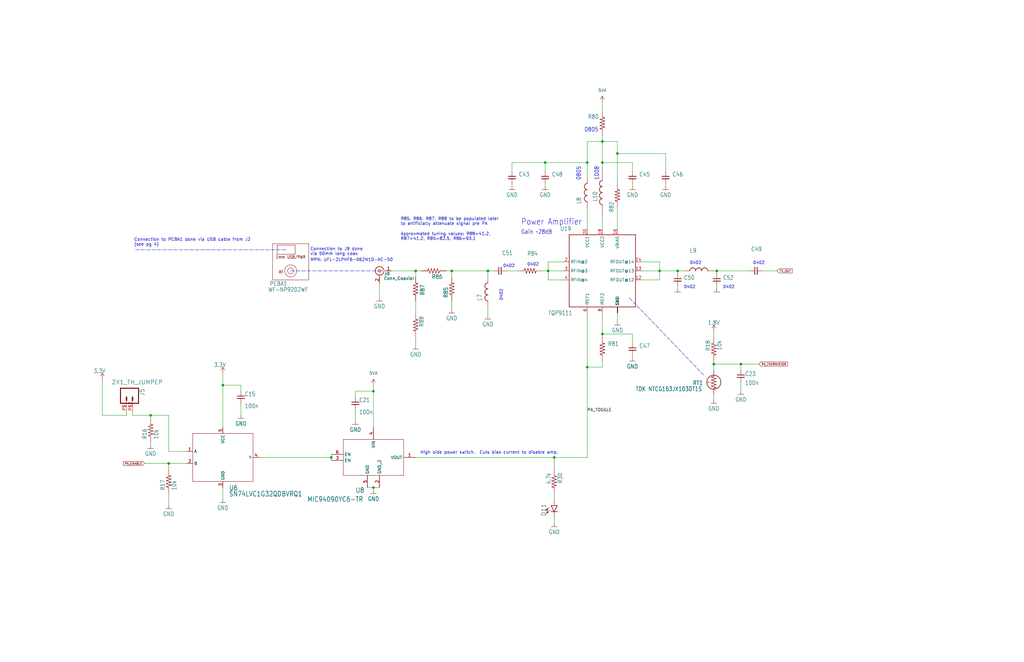
<source format=kicad_sch>
(kicad_sch (version 20211123) (generator eeschema)
  (paper "B")
  (title_block (title "Oresat DxWifi Card") (date "2022-01-30") (rev "1.2"))
  (lib_symbols
    (symbol "3.3V_1" (power) (pin_names (offset 0))
      (property "Value" "3.3V_1" (at 0 3.556 0))
      (symbol "3.3V_1_0_1"
        (polyline (pts (xy -0.762 1.27) (xy 0 2.54)))
        (polyline (pts (xy 0 0) (xy 0 2.54)))
        (polyline (pts (xy 0 2.54) (xy 0.762 1.27)))
      )
      (symbol "3.3V_1_1_1"
        (pin power_in line (at 0 0 90) (length 0) hide (name "3.3V") (number "1"))
      )
    )
    (symbol "5VA_1" (power) (pin_names (offset 0))
      (property "Value" "5VA_1" (at 0 3.556 0))
      (symbol "5VA_1_0_1"
        (polyline (pts (xy -0.762 1.27) (xy 0 2.54)))
        (polyline (pts (xy 0 0) (xy 0 2.54)))
        (polyline (pts (xy 0 2.54) (xy 0.762 1.27)))
      )
      (symbol "5VA_1_1_1"
        (pin power_in line (at 0 0 90) (length 0) hide (name "5VA") (number "1"))
      )
    )
    (symbol "Connector:Conn_Coaxial" (pin_names (offset 1.016) hide)
      (property "Reference" "J" (at 0.254 3.048 0))
      (property "Value" "Conn_Coaxial" (at 2.921 0 90))
      (symbol "Conn_Coaxial_0_1"
        (arc (start -1.778 -0.508) (mid 0.222 -1.808) (end 1.778 0) (stroke (width 0.254)))
        (polyline (pts (xy -2.54 0) (xy -0.508 0)))
        (polyline (pts (xy 0 -2.54) (xy 0 -1.778)))
        (circle (center 0 0) (radius 0.508) (stroke (width 0.2032)))
        (arc (start 1.778 0) (mid 0.222 1.8083) (end -1.778 0.508) (stroke (width 0.254)))
      )
      (symbol "Conn_Coaxial_1_1"
        (pin passive line (at -5.08 0 0) (length 2.54) (name "In") (number "1"))
        (pin passive line (at 0 -5.08 90) (length 2.54) (name "Ext") (number "2"))
      )
    )
    (symbol "Device:C_Small" (pin_numbers hide) (pin_names (offset 0.254) hide)
      (property "Reference" "C" (at 0.254 1.778 0))
      (property "Value" "C_Small" (at 0.254 -2.032 0))
      (symbol "C_Small_0_1"
        (polyline (pts (xy -1.524 -0.508) (xy 1.524 -0.508)) (stroke (width 0.3302)))
        (polyline (pts (xy -1.524 0.508) (xy 1.524 0.508)) (stroke (width 0.3048)))
      )
      (symbol "C_Small_1_1"
        (pin passive line (at 0 2.54 270) (length 2.032) (name "~") (number "1"))
        (pin passive line (at 0 -2.54 90) (length 2.032) (name "~") (number "2"))
      )
    )
    (symbol "OreSat-Power:1.8V" (power) (pin_names (offset 0))
      (property "Value" "1.8V" (at 0 3.556 0))
      (symbol "1.8V_0_1"
        (polyline (pts (xy -0.762 1.27) (xy 0 2.54)))
        (polyline (pts (xy 0 0) (xy 0 2.54)))
        (polyline (pts (xy 0 2.54) (xy 0.762 1.27)))
      )
      (symbol "1.8V_1_1"
        (pin power_in line (at 0 0 90) (length 0) hide (name "1.8V") (number "1"))
      )
    )
    (symbol "OreSat-Power:3.3V" (power) (pin_names (offset 0))
      (property "Value" "3.3V" (at 0 3.556 0))
      (symbol "3.3V_0_1"
        (polyline (pts (xy -0.762 1.27) (xy 0 2.54)))
        (polyline (pts (xy 0 0) (xy 0 2.54)))
        (polyline (pts (xy 0 2.54) (xy 0.762 1.27)))
      )
      (symbol "3.3V_1_1"
        (pin power_in line (at 0 0 90) (length 0) hide (name "3.3V") (number "1"))
      )
    )
    (symbol "OreSat-Power:5VA" (power) (pin_names (offset 0))
      (property "Value" "5VA" (at 0 3.556 0))
      (symbol "5VA_0_1"
        (polyline (pts (xy -0.762 1.27) (xy 0 2.54)))
        (polyline (pts (xy 0 0) (xy 0 2.54)))
        (polyline (pts (xy 0 2.54) (xy 0.762 1.27)))
      )
      (symbol "5VA_1_1"
        (pin power_in line (at 0 0 90) (length 0) hide (name "5VA") (number "1"))
      )
    )
    (symbol "OreSat-Power:GND" (power) (pin_names (offset 0))
      (property "Value" "GND" (at 0 -2.54 0))
      (symbol "GND_0_1"
        (polyline (pts (xy 0 0) (xy 0 -1.27) (xy 1.27 -1.27) (xy 0 -1.27) (xy -1.27 -1.27) (xy 0 -1.27)))
      )
      (symbol "GND_1_1"
        (pin power_in line (at 0 0 270) (length 0) hide (name "GND") (number "1"))
      )
    )
    (symbol "oresat-live-card-eagle-import:1008HQ-10NXJLB"
      (property "Reference" "L" (at 16.51 6.35 0))
      (property "Value" "1008HQ-10NXJLB" (at 16.51 3.81 0))
      (symbol "1008HQ-10NXJLB_1_0"
        (arc (start 7.62 0) (mid 6.35 1.22) (end 5.08 0) (stroke (width 0.254)))
        (arc (start 10.16 0) (mid 8.89 1.22) (end 7.62 0) (stroke (width 0.254)))
        (arc (start 12.7 0) (mid 11.43 1.22) (end 10.16 0) (stroke (width 0.254)))
        (arc (start 15.24 0) (mid 13.97 1.22) (end 12.7 0) (stroke (width 0.254)))
        (pin bidirectional line (at 0 0 0) (length 5.08) (name "1") (number "1"))
        (pin bidirectional line (at 20.32 0 180) (length 5.08) (name "2") (number "2"))
      )
    )
    (symbol "oresat-live-card-eagle-import:2X1_TH_JUMPEP"
      (property "Value" "2X1_TH_JUMPEP" (at -2.54 -4.826 0))
      (symbol "2X1_TH_JUMPEP_1_0"
        (polyline (pts (xy -2.54 5.08) (xy -2.54 -2.54)) (stroke (width 0.4064)))
        (polyline (pts (xy -2.54 5.08) (xy 3.81 5.08)) (stroke (width 0.4064)))
        (polyline (pts (xy 1.27 0) (xy 2.54 0)) (stroke (width 0.6096)))
        (polyline (pts (xy 1.27 2.54) (xy 2.54 2.54)) (stroke (width 0.6096)))
        (polyline (pts (xy 3.81 -2.54) (xy -2.54 -2.54)) (stroke (width 0.4064)))
        (polyline (pts (xy 3.81 -2.54) (xy 3.81 5.08)) (stroke (width 0.4064)))
        (pin passive line (at 7.62 0 180) (length 5.08) (name "1") (number "P$1"))
        (pin passive line (at 7.62 2.54 180) (length 5.08) (name "2") (number "P$2"))
      )
    )
    (symbol "oresat-live-card-eagle-import:L-US0402-C-NOSILK"
      (property "Reference" "L" (at -5.08 2.54 0))
      (property "Value" "L-US0402-C-NOSILK" (at -5.08 -1.27 0))
      (symbol "L-US0402-C-NOSILK_1_0"
        (arc (start -3.81 1.27) (mid -4.708 0.898) (end -5.08 0) (stroke (width 0.254)))
        (arc (start -2.54 0) (mid -2.912 0.898) (end -3.81 1.27) (stroke (width 0.254)))
        (arc (start -1.27 1.27) (mid -2.168 0.898) (end -2.54 0) (stroke (width 0.254)))
        (arc (start 0 0) (mid -0.372 0.898) (end -1.27 1.27) (stroke (width 0.254)))
        (arc (start 1.27 1.27) (mid 0.372 0.898) (end 0 0) (stroke (width 0.254)))
        (arc (start 2.54 0) (mid 2.168 0.898) (end 1.27 1.27) (stroke (width 0.254)))
        (pin passive line (at -7.62 0 0) (length 2.54) (name "1") (number "1"))
        (pin passive line (at 5.08 0 180) (length 2.54) (name "2") (number "2"))
      )
    )
    (symbol "oresat-live-card-eagle-import:L-US0805-C-NOSILK"
      (property "Reference" "L" (at -5.08 2.54 0))
      (property "Value" "L-US0805-C-NOSILK" (at -5.08 -1.27 0))
      (symbol "L-US0805-C-NOSILK_1_0"
        (arc (start -3.81 1.27) (mid -4.708 0.898) (end -5.08 0) (stroke (width 0.254)))
        (arc (start -2.54 0) (mid -2.912 0.898) (end -3.81 1.27) (stroke (width 0.254)))
        (arc (start -1.27 1.27) (mid -2.168 0.898) (end -2.54 0) (stroke (width 0.254)))
        (arc (start 0 0) (mid -0.372 0.898) (end -1.27 1.27) (stroke (width 0.254)))
        (arc (start 1.27 1.27) (mid 0.372 0.898) (end 0 0) (stroke (width 0.254)))
        (arc (start 2.54 0) (mid 2.168 0.898) (end 1.27 1.27) (stroke (width 0.254)))
        (pin passive line (at -7.62 0 0) (length 2.54) (name "1") (number "1"))
        (pin passive line (at 5.08 0 180) (length 2.54) (name "2") (number "2"))
      )
    )
    (symbol "oresat-live-card-eagle-import:LED0603"
      (property "Reference" "D" (at -3.429 -4.572 90))
      (property "Value" "LED0603" (at 1.905 -4.572 90))
      (symbol "LED0603_1_0"
        (polyline (pts (xy -2.032 -0.762) (xy -3.429 -2.159)) (stroke (width 0.1524)))
        (polyline (pts (xy -1.905 -1.905) (xy -3.302 -3.302)) (stroke (width 0.1524)))
        (polyline (pts (xy 0 -2.54) (xy -1.27 -2.54)) (stroke (width 0.254)))
        (polyline (pts (xy 0 -2.54) (xy -1.27 0)) (stroke (width 0.254)))
        (polyline (pts (xy 1.27 -2.54) (xy 0 -2.54)) (stroke (width 0.254)))
        (polyline (pts (xy 1.27 0) (xy -1.27 0)) (stroke (width 0.254)))
        (polyline (pts (xy 1.27 0) (xy 0 -2.54)) (stroke (width 0.254)))
        (polyline (pts (xy -3.429 -2.159) (xy -3.048 -1.27) (xy -2.54 -1.778)) (fill (type outline)))
        (polyline (pts (xy -3.302 -3.302) (xy -2.921 -2.413) (xy -2.413 -2.921)) (fill (type outline)))
        (pin passive line (at 0 2.54 270) (length 2.54) (name "A") (number "A"))
        (pin passive line (at 0 -5.08 90) (length 2.54) (name "C") (number "C"))
      )
    )
    (symbol "oresat-live-card-eagle-import:MIC94090YC6-TR"
      (property "Reference" "U8" (at 7.62 -12.7 0))
      (property "Value" "MIC94090YC6-TR" (at 27.94 -16.51 0))
      (symbol "MIC94090YC6-TR_1_0"
        (polyline (pts (xy -12.7 -7.62) (xy 12.7 -7.62)) (stroke (width 0.1524)))
        (polyline (pts (xy -12.7 7.62) (xy -12.7 -7.62)) (stroke (width 0.1524)))
        (polyline (pts (xy 12.7 -7.62) (xy 12.7 7.62)) (stroke (width 0.1524)))
        (polyline (pts (xy 12.7 7.62) (xy -12.7 7.62)) (stroke (width 0.1524)))
        (pin output line (at -17.78 0 0) (length 5.08) (name "VOUT") (number "1"))
        (pin passive line (at -2.54 -12.7 90) (length 5.08) (name "GND_2") (number "2"))
        (pin input line (at 0 12.7 270) (length 5.08) (name "VIN") (number "4"))
        (pin passive line (at 2.54 -12.7 90) (length 5.08) (name "GND") (number "5"))
        (pin input line (at 17.78 1.27 180) (length 5.08) (name "EN") (number "6"))
      )
      (symbol "MIC94090YC6-TR_1_1"
        (pin input line (at 17.78 -1.27 180) (length 5.08) (name "EN") (number "3"))
      )
    )
    (symbol "oresat-live-card-eagle-import:R-US_0402-B-NOSILK"
      (property "Reference" "R" (at -3.81 1.4986 0))
      (property "Value" "R-US_0402-B-NOSILK" (at -3.81 -3.302 0))
      (symbol "R-US_0402-B-NOSILK_1_0"
        (polyline (pts (xy -2.54 0) (xy -2.159 1.016)) (stroke (width 0.2032)))
        (polyline (pts (xy -2.159 1.016) (xy -1.524 -1.016)) (stroke (width 0.2032)))
        (polyline (pts (xy -1.524 -1.016) (xy -0.889 1.016)) (stroke (width 0.2032)))
        (polyline (pts (xy -0.889 1.016) (xy -0.254 -1.016)) (stroke (width 0.2032)))
        (polyline (pts (xy -0.254 -1.016) (xy 0.381 1.016)) (stroke (width 0.2032)))
        (polyline (pts (xy 0.381 1.016) (xy 1.016 -1.016)) (stroke (width 0.2032)))
        (polyline (pts (xy 1.016 -1.016) (xy 1.651 1.016)) (stroke (width 0.2032)))
        (polyline (pts (xy 1.651 1.016) (xy 2.286 -1.016)) (stroke (width 0.2032)))
        (polyline (pts (xy 2.286 -1.016) (xy 2.54 0)) (stroke (width 0.2032)))
        (pin passive line (at -5.08 0 0) (length 2.54) (name "1") (number "1"))
        (pin passive line (at 5.08 0 180) (length 2.54) (name "2") (number "2"))
      )
    )
    (symbol "oresat-live-card-eagle-import:R-US_0402-C-NOSILK"
      (property "Reference" "R" (at -3.81 1.4986 0))
      (property "Value" "R-US_0402-C-NOSILK" (at -3.81 -3.302 0))
      (symbol "R-US_0402-C-NOSILK_1_0"
        (polyline (pts (xy -2.54 0) (xy -2.159 1.016)) (stroke (width 0.2032)))
        (polyline (pts (xy -2.159 1.016) (xy -1.524 -1.016)) (stroke (width 0.2032)))
        (polyline (pts (xy -1.524 -1.016) (xy -0.889 1.016)) (stroke (width 0.2032)))
        (polyline (pts (xy -0.889 1.016) (xy -0.254 -1.016)) (stroke (width 0.2032)))
        (polyline (pts (xy -0.254 -1.016) (xy 0.381 1.016)) (stroke (width 0.2032)))
        (polyline (pts (xy 0.381 1.016) (xy 1.016 -1.016)) (stroke (width 0.2032)))
        (polyline (pts (xy 1.016 -1.016) (xy 1.651 1.016)) (stroke (width 0.2032)))
        (polyline (pts (xy 1.651 1.016) (xy 2.286 -1.016)) (stroke (width 0.2032)))
        (polyline (pts (xy 2.286 -1.016) (xy 2.54 0)) (stroke (width 0.2032)))
        (pin passive line (at -5.08 0 0) (length 2.54) (name "1") (number "1"))
        (pin passive line (at 5.08 0 180) (length 2.54) (name "2") (number "2"))
      )
    )
    (symbol "oresat-live-card-eagle-import:R-US_0603-A"
      (property "Reference" "R" (at -3.81 1.4986 0))
      (property "Value" "R-US_0603-A" (at -3.81 -3.302 0))
      (symbol "R-US_0603-A_1_0"
        (polyline (pts (xy -2.54 0) (xy -2.159 1.016)) (stroke (width 0.2032)))
        (polyline (pts (xy -2.159 1.016) (xy -1.524 -1.016)) (stroke (width 0.2032)))
        (polyline (pts (xy -1.524 -1.016) (xy -0.889 1.016)) (stroke (width 0.2032)))
        (polyline (pts (xy -0.889 1.016) (xy -0.254 -1.016)) (stroke (width 0.2032)))
        (polyline (pts (xy -0.254 -1.016) (xy 0.381 1.016)) (stroke (width 0.2032)))
        (polyline (pts (xy 0.381 1.016) (xy 1.016 -1.016)) (stroke (width 0.2032)))
        (polyline (pts (xy 1.016 -1.016) (xy 1.651 1.016)) (stroke (width 0.2032)))
        (polyline (pts (xy 1.651 1.016) (xy 2.286 -1.016)) (stroke (width 0.2032)))
        (polyline (pts (xy 2.286 -1.016) (xy 2.54 0)) (stroke (width 0.2032)))
        (pin passive line (at -5.08 0 0) (length 2.54) (name "1") (number "1"))
        (pin passive line (at 5.08 0 180) (length 2.54) (name "2") (number "2"))
      )
    )
    (symbol "oresat-live-card-eagle-import:R-US_0603-C-NOSILK"
      (property "Reference" "R" (at -3.81 1.4986 0))
      (property "Value" "R-US_0603-C-NOSILK" (at -3.81 -3.302 0))
      (symbol "R-US_0603-C-NOSILK_1_0"
        (polyline (pts (xy -2.54 0) (xy -2.159 1.016)) (stroke (width 0.2032)))
        (polyline (pts (xy -2.159 1.016) (xy -1.524 -1.016)) (stroke (width 0.2032)))
        (polyline (pts (xy -1.524 -1.016) (xy -0.889 1.016)) (stroke (width 0.2032)))
        (polyline (pts (xy -0.889 1.016) (xy -0.254 -1.016)) (stroke (width 0.2032)))
        (polyline (pts (xy -0.254 -1.016) (xy 0.381 1.016)) (stroke (width 0.2032)))
        (polyline (pts (xy 0.381 1.016) (xy 1.016 -1.016)) (stroke (width 0.2032)))
        (polyline (pts (xy 1.016 -1.016) (xy 1.651 1.016)) (stroke (width 0.2032)))
        (polyline (pts (xy 1.651 1.016) (xy 2.286 -1.016)) (stroke (width 0.2032)))
        (polyline (pts (xy 2.286 -1.016) (xy 2.54 0)) (stroke (width 0.2032)))
        (pin passive line (at -5.08 0 0) (length 2.54) (name "1") (number "1"))
        (pin passive line (at 5.08 0 180) (length 2.54) (name "2") (number "2"))
      )
    )
    (symbol "oresat-live-card-eagle-import:R-US_R0805"
      (property "Reference" "R" (at -3.81 1.4986 0))
      (property "Value" "R-US_R0805" (at -3.81 -3.302 0))
      (symbol "R-US_R0805_1_0"
        (polyline (pts (xy -2.54 0) (xy -2.159 1.016)) (stroke (width 0.2032)))
        (polyline (pts (xy -2.159 1.016) (xy -1.524 -1.016)) (stroke (width 0.2032)))
        (polyline (pts (xy -1.524 -1.016) (xy -0.889 1.016)) (stroke (width 0.2032)))
        (polyline (pts (xy -0.889 1.016) (xy -0.254 -1.016)) (stroke (width 0.2032)))
        (polyline (pts (xy -0.254 -1.016) (xy 0.381 1.016)) (stroke (width 0.2032)))
        (polyline (pts (xy 0.381 1.016) (xy 1.016 -1.016)) (stroke (width 0.2032)))
        (polyline (pts (xy 1.016 -1.016) (xy 1.651 1.016)) (stroke (width 0.2032)))
        (polyline (pts (xy 1.651 1.016) (xy 2.286 -1.016)) (stroke (width 0.2032)))
        (polyline (pts (xy 2.286 -1.016) (xy 2.54 0)) (stroke (width 0.2032)))
        (pin passive line (at -5.08 0 0) (length 2.54) (name "1") (number "1"))
        (pin passive line (at 5.08 0 180) (length 2.54) (name "2") (number "2"))
      )
    )
    (symbol "oresat-live-card-eagle-import:SN74LVC1G32QDBVRQ1"
      (property "Reference" "U" (at 7.62 -12.7 0))
      (property "Value" "SN74LVC1G32QDBVRQ1" (at 7.62 -15.24 0))
      (symbol "SN74LVC1G32QDBVRQ1_1_0"
        (polyline (pts (xy -12.7 -10.16) (xy 12.7 -10.16)) (stroke (width 0.1524)))
        (polyline (pts (xy -12.7 10.16) (xy -12.7 -10.16)) (stroke (width 0.1524)))
        (polyline (pts (xy 12.7 -10.16) (xy 12.7 10.16)) (stroke (width 0.1524)))
        (polyline (pts (xy 12.7 10.16) (xy -12.7 10.16)) (stroke (width 0.1524)))
        (pin input line (at -15.24 2.54 0) (length 2.54) (name "A") (number "1"))
        (pin input line (at -15.24 -2.54 0) (length 2.54) (name "B") (number "2"))
        (pin power_in line (at 0 -12.7 90) (length 2.54) (name "GND") (number "3"))
        (pin output line (at 15.24 0 180) (length 2.54) (name "Y") (number "4"))
        (pin power_in line (at 0 12.7 270) (length 2.54) (name "VCC") (number "5"))
      )
    )
    (symbol "oresat-live-card-eagle-import:THERMISTOR--0603-THERMISTOR-B"
      (property "Reference" "RT" (at -5.08 3.81 0))
      (property "Value" "THERMISTOR--0603-THERMISTOR-B" (at -5.08 -5.08 0))
      (symbol "THERMISTOR--0603-THERMISTOR-B_1_0"
        (polyline (pts (xy -2.54 0) (xy -2.159 1.016)) (stroke (width 0.2032)))
        (polyline (pts (xy -2.159 1.016) (xy -1.524 -1.016)) (stroke (width 0.2032)))
        (polyline (pts (xy -1.524 -1.016) (xy -0.889 1.016)) (stroke (width 0.2032)))
        (polyline (pts (xy -0.889 1.016) (xy -0.254 -1.016)) (stroke (width 0.2032)))
        (polyline (pts (xy -0.254 -1.016) (xy 0.381 1.016)) (stroke (width 0.2032)))
        (polyline (pts (xy 0.381 1.016) (xy 1.016 -1.016)) (stroke (width 0.2032)))
        (polyline (pts (xy 1.016 -1.016) (xy 1.651 1.016)) (stroke (width 0.2032)))
        (polyline (pts (xy 1.651 1.016) (xy 2.286 -1.016)) (stroke (width 0.2032)))
        (polyline (pts (xy 2.286 -1.016) (xy 2.54 0)) (stroke (width 0.2032)))
        (circle (center 0 0) (radius 2.9729) (stroke (width 0.254)))
        (text "T" (at -0.508 1.016 0) (effects (font (size 1.27 1.0795)) (justify left bottom)))
        (pin passive line (at -5.08 0 0) (length 2.54) (name "1") (number "1"))
        (pin passive line (at 5.08 0 180) (length 2.54) (name "2") (number "2"))
      )
    )
    (symbol "oresat-live-card-eagle-import:TQP9111"
      (property "Reference" "U" (at -17.78 17.78 0))
      (property "Value" "TQP9111" (at -22.86 -17.78 0))
      (symbol "TQP9111_1_0"
        (polyline (pts (xy -13.97 15.24) (xy -13.97 -15.24)) (stroke (width 0.254)))
        (polyline (pts (xy -13.97 15.24) (xy 13.97 15.24)) (stroke (width 0.254)))
        (polyline (pts (xy 13.97 -15.24) (xy -13.97 -15.24)) (stroke (width 0.254)))
        (polyline (pts (xy 13.97 -15.24) (xy 13.97 15.24)) (stroke (width 0.254)))
        (pin power_in line (at 6.35 -17.78 90) (length 2.54) (name "GND") (number "1"))
        (pin power_in line (at 6.35 -17.78 90) (length 2.54) (name "GND") (number "10"))
        (pin power_in line (at 6.35 -17.78 90) (length 2.54) (name "GND") (number "11"))
        (pin output line (at 16.51 -3.81 180) (length 2.54) (name "RFOUT@12") (number "12"))
        (pin output line (at 16.51 0 180) (length 2.54) (name "RFOUT@13") (number "13"))
        (pin output line (at 16.51 3.81 180) (length 2.54) (name "RFOUT@14") (number "14"))
        (pin power_in line (at 6.35 -17.78 90) (length 2.54) (name "GND") (number "15"))
        (pin power_in line (at 6.35 17.78 270) (length 2.54) (name "VBIAS") (number "16"))
        (pin power_in line (at 6.35 -17.78 90) (length 2.54) (name "GND") (number "17"))
        (pin power_in line (at 0 17.78 270) (length 2.54) (name "VCC2") (number "18"))
        (pin power_in line (at 6.35 -17.78 90) (length 2.54) (name "GND") (number "19"))
        (pin input line (at -16.51 3.81 0) (length 2.54) (name "RFIN@2") (number "2"))
        (pin power_in line (at -6.35 17.78 270) (length 2.54) (name "VCC1") (number "20"))
        (pin power_in line (at 6.35 -17.78 90) (length 2.54) (name "GND") (number "21"))
        (pin input line (at -16.51 0 0) (length 2.54) (name "RFIN@3") (number "3"))
        (pin input line (at -16.51 -3.81 0) (length 2.54) (name "RFIN@4") (number "4"))
        (pin power_in line (at 6.35 -17.78 90) (length 2.54) (name "GND") (number "5"))
        (pin passive line (at -6.35 -17.78 90) (length 2.54) (name "IREF1") (number "6"))
        (pin power_in line (at 6.35 -17.78 90) (length 2.54) (name "GND") (number "7"))
        (pin passive line (at 0 -17.78 90) (length 2.54) (name "IREF2") (number "8"))
        (pin power_in line (at 6.35 -17.78 90) (length 2.54) (name "GND") (number "9"))
      )
    )
    (symbol "oresat-live-card-eagle-import:WF-NP9202WF"
      (property "Reference" "PCBA" (at -2.54 -10.16 0))
      (property "Value" "WF-NP9202WF" (at -2.54 -12.7 0))
      (symbol "WF-NP9202WF_1_0"
        (circle (center 0 -3.81) (radius 1.27) (stroke (width 0.1524)))
        (circle (center 0 -3.81) (radius 2.54) (stroke (width 0.1524)))
        (polyline (pts (xy -7.62 -7.62) (xy -7.62 7.62)) (stroke (width 0.1524)))
        (polyline (pts (xy -7.62 7.62) (xy 7.62 7.62)) (stroke (width 0.1524)))
        (polyline (pts (xy -5.715 3.175) (xy -5.715 6.985)) (stroke (width 0.1524)))
        (polyline (pts (xy -5.715 6.985) (xy 1.905 6.985)) (stroke (width 0.1524)))
        (polyline (pts (xy 1.905 3.175) (xy -5.715 3.175)) (stroke (width 0.1524)))
        (polyline (pts (xy 1.905 6.985) (xy 1.905 3.175)) (stroke (width 0.1524)))
        (polyline (pts (xy 7.62 -7.62) (xy -7.62 -7.62)) (stroke (width 0.1524)))
        (polyline (pts (xy 7.62 7.62) (xy 7.62 -7.62)) (stroke (width 0.1524)))
        (text "1mm USB/PWR" (at -6.35 1.27 0) (effects (font (size 1.27 1.0795)) (justify left bottom)))
        (text "RF" (at -5.08 -5.08 0) (effects (font (size 1.27 1.0795)) (justify left bottom)))
      )
    )
  )
  (junction (at 175.26 114.3))
  (junction (at 71.12 195.58))
  (junction (at 278.13 114.3))
  (junction (at 139.7 193.04))
  (junction (at 157.48 205.74))
  (junction (at 312.42 153.67))
  (junction (at 93.98 162.56))
  (junction (at 233.68 193.04))
  (junction (at 63.5 175.26))
  (junction (at 285.75 114.3))
  (junction (at 205.74 114.3))
  (junction (at 157.48 165.1))
  (junction (at 254 68.58))
  (junction (at 254 59.69))
  (junction (at 229.87 68.58))
  (junction (at 190.5 114.3))
  (junction (at 247.65 154.94))
  (junction (at 247.65 68.58))
  (junction (at 302.26 114.3))
  (junction (at 231.14 114.3))
  (junction (at 254 140.97))
  (junction (at 260.35 64.77))
  (junction (at 300.99 153.67))
  (wire (pts (xy 247.65 87.63) (xy 247.65 96.52)))
  (wire (pts (xy 266.7 68.58) (xy 254 68.58)))
  (wire (pts (xy 237.49 114.3) (xy 231.14 114.3)))
  (wire (pts (xy 101.6 162.56) (xy 93.98 162.56)))
  (wire (pts (xy 278.13 114.3) (xy 285.75 114.3)))
  (wire (pts (xy 254 96.52) (xy 254 91.44)))
  (wire (pts (xy 254 46.99) (xy 254 43.18)))
  (wire (pts (xy 247.65 74.93) (xy 247.65 68.58)))
  (wire (pts (xy 247.65 59.69) (xy 254 59.69)))
  (wire (pts (xy 254 57.15) (xy 254 59.69)))
  (wire (pts (xy 233.68 193.04) (xy 233.68 198.12)))
  (wire (pts (xy 321.31 114.3) (xy 327.66 114.3)))
  (wire (pts (xy 231.14 114.3) (xy 228.6 114.3)))
  (wire (pts (xy 270.51 114.3) (xy 278.13 114.3)))
  (wire (pts (xy 205.74 129.54) (xy 205.74 133.35)))
  (wire (pts (xy 278.13 114.3) (xy 278.13 118.11)))
  (wire (pts (xy 312.42 153.67) (xy 312.42 156.21)))
  (wire (pts (xy 300.99 152.4) (xy 300.99 153.67)))
  (wire (pts (xy 149.86 172.72) (xy 149.86 177.8)))
  (wire (pts (xy 229.87 72.39) (xy 229.87 68.58)))
  (wire (pts (xy 270.51 110.49) (xy 278.13 110.49)))
  (wire (pts (xy 233.68 193.04) (xy 247.65 193.04)))
  (wire (pts (xy 160.02 119.38) (xy 160.02 125.73)))
  (wire (pts (xy 190.5 127) (xy 190.5 130.81)))
  (wire (pts (xy 266.7 140.97) (xy 266.7 144.78)))
  (wire (pts (xy 302.26 114.3) (xy 316.23 114.3)))
  (wire (pts (xy 205.74 114.3) (xy 208.28 114.3)))
  (wire (pts (xy 300.99 114.3) (xy 302.26 114.3)))
  (wire (pts (xy 93.98 210.82) (xy 93.98 205.74)))
  (wire (pts (xy 139.7 191.77) (xy 139.7 193.04)))
  (wire (pts (xy 231.14 118.11) (xy 237.49 118.11)))
  (wire (pts (xy 71.12 175.26) (xy 63.5 175.26)))
  (wire (pts (xy 254 68.58) (xy 254 59.69)))
  (wire (pts (xy 285.75 121.92) (xy 285.75 120.65)))
  (wire (pts (xy 266.7 77.47) (xy 266.7 78.74)))
  (wire (pts (xy 300.99 166.37) (xy 300.99 168.91)))
  (wire (pts (xy 139.7 193.04) (xy 139.7 194.31)))
  (wire (pts (xy 280.67 64.77) (xy 260.35 64.77)))
  (wire (pts (xy 109.22 193.04) (xy 139.7 193.04)))
  (wire (pts (xy 300.99 153.67) (xy 300.99 156.21)))
  (wire (pts (xy 71.12 213.36) (xy 71.12 208.28)))
  (wire (pts (xy 237.49 110.49) (xy 231.14 110.49)))
  (wire (pts (xy 254 152.4) (xy 254 154.94)))
  (wire (pts (xy 247.65 132.08) (xy 247.65 154.94)))
  (wire (pts (xy 60.96 195.58) (xy 71.12 195.58)))
  (polyline (pts (xy 57.15 105.41) (xy 120.65 105.41)))
  (wire (pts (xy 280.67 77.47) (xy 280.67 78.74)))
  (wire (pts (xy 215.9 72.39) (xy 215.9 68.58)))
  (wire (pts (xy 213.36 114.3) (xy 218.44 114.3)))
  (wire (pts (xy 254 132.08) (xy 254 140.97)))
  (wire (pts (xy 205.74 116.84) (xy 205.74 114.3)))
  (wire (pts (xy 43.18 175.26) (xy 43.18 160.02)))
  (wire (pts (xy 233.68 208.28) (xy 233.68 210.82)))
  (wire (pts (xy 63.5 175.26) (xy 63.5 176.53)))
  (wire (pts (xy 302.26 115.57) (xy 302.26 114.3)))
  (wire (pts (xy 302.26 120.65) (xy 302.26 121.92)))
  (wire (pts (xy 231.14 114.3) (xy 231.14 118.11)))
  (wire (pts (xy 278.13 110.49) (xy 278.13 114.3)))
  (wire (pts (xy 285.75 114.3) (xy 288.29 114.3)))
  (wire (pts (xy 231.14 110.49) (xy 231.14 114.3)))
  (wire (pts (xy 175.26 193.04) (xy 233.68 193.04)))
  (wire (pts (xy 215.9 77.47) (xy 215.9 78.74)))
  (wire (pts (xy 175.26 142.24) (xy 175.26 146.05)))
  (wire (pts (xy 229.87 77.47) (xy 229.87 78.74)))
  (wire (pts (xy 78.74 190.5) (xy 71.12 190.5)))
  (wire (pts (xy 285.75 115.57) (xy 285.75 114.3)))
  (wire (pts (xy 175.26 114.3) (xy 177.8 114.3)))
  (wire (pts (xy 300.99 139.7) (xy 300.99 142.24)))
  (wire (pts (xy 254 140.97) (xy 266.7 140.97)))
  (wire (pts (xy 247.65 59.69) (xy 247.65 68.58)))
  (wire (pts (xy 300.99 153.67) (xy 312.42 153.67)))
  (wire (pts (xy 260.35 77.47) (xy 260.35 64.77)))
  (wire (pts (xy 149.86 167.64) (xy 149.86 165.1)))
  (wire (pts (xy 254 154.94) (xy 247.65 154.94)))
  (wire (pts (xy 260.35 64.77) (xy 260.35 59.69)))
  (wire (pts (xy 175.26 116.84) (xy 175.26 114.3)))
  (wire (pts (xy 157.48 205.74) (xy 157.48 207.01)))
  (wire (pts (xy 55.88 173.99) (xy 55.88 175.26)))
  (wire (pts (xy 280.67 72.39) (xy 280.67 64.77)))
  (wire (pts (xy 101.6 170.18) (xy 101.6 175.26)))
  (wire (pts (xy 71.12 190.5) (xy 71.12 175.26)))
  (wire (pts (xy 266.7 149.86) (xy 266.7 151.13)))
  (wire (pts (xy 157.48 165.1) (xy 157.48 180.34)))
  (wire (pts (xy 233.68 218.44) (xy 233.68 220.98)))
  (wire (pts (xy 101.6 165.1) (xy 101.6 162.56)))
  (wire (pts (xy 260.35 132.08) (xy 260.35 135.89)))
  (wire (pts (xy 278.13 118.11) (xy 270.51 118.11)))
  (polyline (pts (xy 265.43 125.73) (xy 297.18 158.75)))
  (wire (pts (xy 190.5 114.3) (xy 205.74 114.3)))
  (wire (pts (xy 247.65 193.04) (xy 247.65 154.94)))
  (wire (pts (xy 93.98 162.56) (xy 93.98 180.34)))
  (wire (pts (xy 254 71.12) (xy 254 68.58)))
  (wire (pts (xy 312.42 161.29) (xy 312.42 165.1)))
  (wire (pts (xy 260.35 87.63) (xy 260.35 96.52)))
  (wire (pts (xy 165.1 114.3) (xy 175.26 114.3)))
  (wire (pts (xy 254 140.97) (xy 254 142.24)))
  (wire (pts (xy 312.42 153.67) (xy 320.04 153.67)))
  (polyline (pts (xy 122.555 114.3) (xy 160.02 114.3)))
  (wire (pts (xy 55.88 175.26) (xy 63.5 175.26)))
  (wire (pts (xy 157.48 205.74) (xy 160.02 205.74)))
  (wire (pts (xy 93.98 157.48) (xy 93.98 162.56)))
  (wire (pts (xy 175.26 132.08) (xy 175.26 127)))
  (wire (pts (xy 53.34 175.26) (xy 43.18 175.26)))
  (wire (pts (xy 53.34 173.99) (xy 53.34 175.26)))
  (wire (pts (xy 215.9 68.58) (xy 229.87 68.58)))
  (wire (pts (xy 266.7 72.39) (xy 266.7 68.58)))
  (wire (pts (xy 229.87 68.58) (xy 247.65 68.58)))
  (wire (pts (xy 149.86 165.1) (xy 157.48 165.1)))
  (wire (pts (xy 78.74 195.58) (xy 71.12 195.58)))
  (wire (pts (xy 254 59.69) (xy 260.35 59.69)))
  (wire (pts (xy 187.96 114.3) (xy 190.5 114.3)))
  (wire (pts (xy 157.48 165.1) (xy 157.48 162.56)))
  (wire (pts (xy 71.12 195.58) (xy 71.12 198.12)))
  (wire (pts (xy 154.94 205.74) (xy 157.48 205.74)))
  (wire (pts (xy 190.5 114.3) (xy 190.5 116.84)))
  (wire (pts (xy 63.5 187.96) (xy 63.5 186.69)))
  (text "0402\n" (at 317.5 111.76 0) (effects (font (size 1.27 1.27)) (justify left bottom)))
  (text "High side power switch.  Cuts bias current to disable amp." (at 177.165 191.77 0) (effects (font (size 1.27 1.27)) (justify left bottom)))
  (text "R85, R86, R87, R88 to be populated later \nto artificially attenuate signal pre PA" (at 168.91 95.25 0) (effects (font (size 1.27 1.27)) (justify left bottom)))
  (text "0402\n" (at 290.83 111.76 0) (effects (font (size 1.27 1.27)) (justify left bottom)))
  (text "1008" (at 252.73 76.2 90) (effects (font (size 1.778 1.5113)) (justify left bottom)))
  (text "0402\n" (at 212.09 127 90) (effects (font (size 1.27 1.27)) (justify left bottom)))
  (text "0805" (at 245.11 76.2 90) (effects (font (size 1.778 1.5113)) (justify left bottom)))
  (text "Gain ~28dB" (at 219.71 99.06 180) (effects (font (size 1.778 1.5113)) (justify left bottom)))
  (text "0805" (at 246.38 55.88 180) (effects (font (size 1.778 1.5113)) (justify left bottom)))
  (text "MPN: UFL-2LPHF6-062N1D-AC-50\n" (at 130.81 110.49 0) (effects (font (size 1.27 1.27)) (justify left bottom)))
  (text "Approxmated tuning values: R88=41.2, \nR87=41.2, R85=82.5, R86=93.1" (at 168.91 101.6 0) (effects (font (size 1.27 1.27)) (justify left bottom)))
  (text "0402\n" (at 212.09 113.03 0) (effects (font (size 1.27 1.27)) (justify left bottom)))
  (text "0402\n" (at 304.8 121.92 0) (effects (font (size 1.27 1.27)) (justify left bottom)))
  (text "Power Amplifier" (at 219.71 95.25 180) (effects (font (size 2.54 2.159)) (justify left bottom)))
  (text "0402\n" (at 288.29 121.92 0) (effects (font (size 1.27 1.27)) (justify left bottom)))
  (text "0402\n" (at 222.25 112.395 0) (effects (font (size 1.27 1.27)) (justify left bottom)))
  (text "Connection to PCBA1 done via USB cable from J2\n(see pg 4)\n\n" (at 56.515 106.045 0) (effects (font (size 1.27 1.27)) (justify left bottom)))
  (text "Connection to J9 done \nvia 50mm long coax\n" (at 130.81 107.95 0) (effects (font (size 1.27 1.27)) (justify left bottom)))
  (label "PA_TOGGLE" (at 247.65 173.99 0) (effects (font (size 1.2446 1.2446))))
  (global_label "PA_THERMISTOR" (shape input) (at 320.04 153.67 0) (effects (font (size 0.889 0.889))) (property "Intersheet References" "${INTERSHEET_REFS}" (at 332.1431 153.7255 0) (effects (font (size 0.889 0.889)) (justify left))))
  (global_label "PA_ENABLE" (shape input) (at 60.96 195.58 180) (effects (font (size 0.889 0.889))) (property "Intersheet References" "${INTERSHEET_REFS}" (at 52.0319 195.5245 0) (effects (font (size 0.889 0.889)) (justify right))))
  (global_label "TX_OUT" (shape input) (at 327.66 114.3 0) (effects (font (size 0.889 0.889))) (property "Intersheet References" "${INTERSHEET_REFS}" (at 334.0904 114.2445 0) (effects (font (size 0.889 0.889)) (justify left))))
  (symbol (lib_id "Device:C_Small") (at 210.82 114.3 90) (unit 1)
    (property "Reference" "C51" (at 216.281 105.791 90) (effects (font (size 1.778 1.5113)) (justify left bottom)))
    (property "Value" "1.1p" (at 217.17 107.95 90) (effects (font (size 1.778 1.5113)) (justify left bottom)))
    (property "Footprint" "Resistor_SMD:R_0402_1005Metric" (effects hide))
    (property "Value" "04025J1R1PBSTR\\500" (effects hide))
    (property "Description" "50V 1.1pF .02pFTol ThinFilm 0402" (effects hide))
    (property "Distributor" "DigiKey" (effects hide))
    (property "MPN" "04025J1R1PBSTR\\500" (effects hide))
  )
  (symbol (lib_id "OreSat-Power:GND") (at 215.9 78.74 0) (mirror y) (unit 1)
    (property "Reference" "#GND086" (effects hide))
    (property "Value" "GND" (at 215.9 81.28 0) (effects (font (size 1.778 1.5113)) (justify top)))
    (property "Footprint" "oresat-live-card:" (effects hide))
  )
  (symbol (lib_id "oresat-live-card-eagle-import:2X1_TH_JUMPEP") (at 53.34 166.37 270) (unit 1)
    (property "Reference" "J5" (at 58.928 163.83 0) (effects (font (size 1.778 1.778)) (justify left bottom)))
    (property "Value" "2X1_TH_JUMPEP" (at 46.99 162.306 90) (effects (font (size 1.778 1.778)) (justify left bottom)))
    (property "Footprint" "oresat-live-card:2X1" (effects hide))
  )
  (symbol (lib_id "OreSat-Power:GND") (at 160.02 125.73 0) (unit 1)
    (property "Reference" "#GND05" (effects hide))
    (property "Value" "GND" (at 160.02 128.27 0) (effects (font (size 1.778 1.5113)) (justify top)))
    (property "Footprint" "oresat-live-card:" (effects hide))
  )
  (symbol (lib_id "oresat-live-card-eagle-import:R-US_0603-A") (at 233.68 203.2 270) (unit 1)
    (property "Reference" "R30" (at 235.1786 199.39 0) (effects (font (size 1.778 1.5113)) (justify left bottom)))
    (property "Value" "4.7k" (at 230.378 199.39 0) (effects (font (size 1.778 1.5113)) (justify left bottom)))
    (property "Footprint" "Resistor_SMD:R_0603_1608Metric" (effects hide))
    (property "Description" "RES SMD 10K OHM 1% 1/10W 0603" (effects hide))
    (property "Distributor" "DigiKey" (effects hide))
    (property "MPN" "ERJ-3EKF1002V" (effects hide))
  )
  (symbol (lib_id "oresat-live-card-eagle-import:R-US_0603-A") (at 300.99 147.32 90) (mirror x) (unit 1)
    (property "Reference" "R18" (at 299.4914 143.51 0) (effects (font (size 1.778 1.5113)) (justify left bottom)))
    (property "Value" "10k" (at 304.292 143.51 0) (effects (font (size 1.778 1.5113)) (justify left bottom)))
    (property "Footprint" "Resistor_SMD:R_0603_1608Metric" (effects hide))
    (property "Description" "RES SMD 10K OHM 1% 1/10W 0603" (effects hide))
    (property "Distributor" "DigiKey" (effects hide))
    (property "MPN" "ERJ-3EKF1002V" (effects hide))
  )
  (symbol (lib_id "OreSat-Power:GND") (at 233.68 220.98 0) (mirror y) (unit 1)
    (property "Reference" "#GND065" (effects hide))
    (property "Value" "GND" (at 233.68 223.52 0) (effects (font (size 1.778 1.5113)) (justify top)))
    (property "Footprint" "oresat-live-card:" (effects hide))
  )
  (symbol (lib_id "Device:C_Small") (at 266.7 74.93 0) (unit 1)
    (property "Reference" "C45" (at 269.494 74.549 0) (effects (font (size 1.778 1.5113)) (justify left bottom)))
    (property "Value" "100n" (at 269.494 77.089 0) (effects (font (size 1.778 1.5113)) (justify left bottom)))
    (property "Footprint" "Resistor_SMD:R_0603_1608Metric" (effects hide))
    (property "Value" "CGA2B1X7R1C104K050BC" (effects hide))
    (property "Description" "0.1 µF ±10% 50V Ceramic Capacitor X7R 0603 (1608 Metric)" (effects hide))
    (property "Distributor" "DigiKey" (effects hide))
    (property "MPN" "CL10B104KB8WPNC" (effects hide))
  )
  (symbol (lib_id "Device:C_Small") (at 215.9 74.93 0) (unit 1)
    (property "Reference" "C43" (at 218.694 74.549 0) (effects (font (size 1.778 1.5113)) (justify left bottom)))
    (property "Value" "100n" (at 218.694 77.089 0) (effects (font (size 1.778 1.5113)) (justify left bottom)))
    (property "Footprint" "Resistor_SMD:R_0603_1608Metric" (effects hide))
    (property "Value" "CGA2B1X7R1C104K050BC" (effects hide))
    (property "Description" "0.1 µF ±10% 50V Ceramic Capacitor X7R 0603 (1608 Metric)" (effects hide))
    (property "Distributor" "DigiKey" (effects hide))
    (property "MPN" "CL10B104KB8WPNC" (effects hide))
  )
  (symbol (lib_id "Device:C_Small") (at 285.75 118.11 0) (unit 1)
    (property "Reference" "C50" (at 288.29 118.11 0) (effects (font (size 1.778 1.5113)) (justify left bottom)))
    (property "Value" "3.0p" (at 288.544 120.269 0) (effects (font (size 1.778 1.5113)) (justify left bottom)))
    (property "Footprint" "Resistor_SMD:R_0402_1005Metric" (effects hide))
    (property "Value" "04025U3R0BAT2A" (effects hide))
    (property "Description" "CAP CER 3PF 50V NP0 0402" (effects hide))
    (property "Distributor" "DigiKey" (effects hide))
    (property "MPN" "04025U3R0BAT2A" (effects hide))
  )
  (symbol (lib_id "oresat-live-card-eagle-import:R-US_0603-A") (at 63.5 181.61 90) (unit 1)
    (property "Reference" "R16" (at 62.0014 185.42 0) (effects (font (size 1.778 1.5113)) (justify left bottom)))
    (property "Value" "10k" (at 66.802 185.42 0) (effects (font (size 1.778 1.5113)) (justify left bottom)))
    (property "Footprint" "Resistor_SMD:R_0603_1608Metric" (effects hide))
    (property "Description" "RES SMD 10K OHM 1% 1/10W 0603" (effects hide))
    (property "Distributor" "DigiKey" (effects hide))
    (property "MPN" "ERJ-3EKF1002V" (effects hide))
  )
  (symbol (lib_id "Device:C_Small") (at 312.42 158.75 0) (mirror y) (unit 1)
    (property "Reference" "C23" (at 318.77 158.75 0) (effects (font (size 1.778 1.5113)) (justify left bottom)))
    (property "Value" "100n" (at 320.04 162.56 0) (effects (font (size 1.778 1.5113)) (justify left bottom)))
    (property "Footprint" "Resistor_SMD:R_0603_1608Metric" (effects hide))
    (property "Description" "0.1 µF ±10% 50V Ceramic Capacitor X7R 0603 (1608 Metric)" (effects hide))
    (property "Distributor" "DigiKey" (effects hide))
    (property "MPN" "CL10B104KB8WPNC" (effects hide))
  )
  (symbol (lib_id "OreSat-Power:GND") (at 190.5 130.81 0) (mirror y) (unit 1)
    (property "Reference" "#GND062" (effects hide))
    (property "Value" "GND" (at 190.5 133.35 0) (effects (font (size 1.778 1.5113)) (justify top)))
    (property "Footprint" "oresat-live-card:" (effects hide))
  )
  (symbol (lib_id "Device:C_Small") (at 266.7 147.32 0) (unit 1)
    (property "Reference" "C47" (at 269.494 146.939 0) (effects (font (size 1.778 1.5113)) (justify left bottom)))
    (property "Value" "100n" (at 269.494 149.479 0) (effects (font (size 1.778 1.5113)) (justify left bottom)))
    (property "Footprint" "Resistor_SMD:R_0603_1608Metric" (effects hide))
    (property "Value" "CGA2B1X7R1C104K050BC" (effects hide))
    (property "Description" "0.1 µF ±10% 50V Ceramic Capacitor X7R 0603 (1608 Metric)" (effects hide))
    (property "Distributor" "DigiKey" (effects hide))
    (property "MPN" "CL10B104KB8WPNC" (effects hide))
  )
  (symbol (lib_id "OreSat-Power:GND") (at 93.98 210.82 0) (unit 1)
    (property "Reference" "#GND043" (effects hide))
    (property "Value" "GND" (at 93.98 213.36 0) (effects (font (size 1.778 1.5113)) (justify top)))
    (property "Footprint" "oresat-live-card:" (effects hide))
  )
  (symbol (lib_id "oresat-live-card-eagle-import:SN74LVC1G32QDBVRQ1") (at 93.98 193.04 0) (unit 1)
    (property "Reference" "U6" (at 96.52 207.01 0) (effects (font (size 2.0828 1.7703)) (justify left bottom)))
    (property "Value" "SN74LVC1G32QDBVRQ1" (at 96.52 209.55 0) (effects (font (size 2.0828 1.7703)) (justify left bottom)))
    (property "Footprint" "oresat-live-card:DBV5" (effects hide))
    (property "Datasheet" "https://www.mouser.com/ProductDetail/Texas-Instruments/SN74LVC1G32QDBVRQ1?qs=7kv20MEVUlg16yKvxVArgw%3D%3D" (effects hide))
    (property "Description" "IC GATE OR 1CH 2-INP SOT23-5" (effects hide))
    (property "Distributor" "DigiKey" (effects hide))
    (property "MPN" "SN74LVC1G32QDBVRQ1" (effects hide))
  )
  (symbol (lib_id "OreSat-Power:GND") (at 260.35 135.89 0) (mirror y) (unit 1)
    (property "Reference" "#GND088" (effects hide))
    (property "Value" "GND" (at 260.35 138.43 0) (effects (font (size 1.778 1.5113)) (justify top)))
    (property "Footprint" "oresat-live-card:" (effects hide))
  )
  (symbol (lib_id "oresat-live-card-eagle-import:R-US_0603-A") (at 71.12 203.2 90) (unit 1)
    (property "Reference" "R17" (at 69.6214 207.01 0) (effects (font (size 1.778 1.5113)) (justify left bottom)))
    (property "Value" "10k" (at 74.422 207.01 0) (effects (font (size 1.778 1.5113)) (justify left bottom)))
    (property "Footprint" "Resistor_SMD:R_0603_1608Metric" (effects hide))
    (property "Description" "RES SMD 10K OHM 1% 1/10W 0603" (effects hide))
    (property "Distributor" "DigiKey" (effects hide))
    (property "MPN" "ERJ-3EKF1002V" (effects hide))
  )
  (symbol (lib_id "Device:C_Small") (at 229.87 74.93 0) (unit 1)
    (property "Reference" "C48" (at 232.664 74.549 0) (effects (font (size 1.778 1.5113)) (justify left bottom)))
    (property "Value" "1n" (at 232.664 77.089 0) (effects (font (size 1.778 1.5113)) (justify left bottom)))
    (property "Footprint" "Resistor_SMD:R_0402_1005Metric" (effects hide))
    (property "Value" "CGA2B2NP01H102J050BA" (effects hide))
    (property "Description" "1000 pF ±10% 25V Ceramic Capacitor X7R 0402 (1005 Metric)" (effects hide))
    (property "Distributor" "DigiKey" (effects hide))
    (property "MPN" "TMF105B7102KVHF" (effects hide))
  )
  (symbol (lib_id "OreSat-Power:GND") (at 300.99 168.91 0) (mirror y) (unit 1)
    (property "Reference" "#GND055" (effects hide))
    (property "Value" "GND" (at 300.99 171.45 0) (effects (font (size 1.778 1.5113)) (justify top)))
    (property "Footprint" "oresat-live-card:" (effects hide))
  )
  (symbol (lib_id "OreSat-Power:3.3V") (at 43.18 160.02 0) (unit 1)
    (property "Reference" "#3V0102" (effects hide))
    (property "Value" "3.3V" (at 39.37 157.48 0) (effects (font (size 1.778 1.5113)) (justify left bottom)))
    (property "Footprint" "oresat-live-card:" (effects hide))
  )
  (symbol (lib_id "oresat-live-card-eagle-import:L-US0402-C-NOSILK") (at 205.74 121.92 90) (unit 1)
    (property "Reference" "L7" (at 203.2 127 0) (effects (font (size 1.778 1.5113)) (justify left bottom)))
    (property "Value" "1.7n" (at 207.01 127 0) (effects (font (size 1.778 1.5113)) (justify left top)))
    (property "Footprint" "Resistor_SMD:R_0402_1005Metric" (effects hide))
    (property "Value" "0402DC-1N7XJRU" (effects hide))
    (property "Description" "1.7nH RF Inductor, ceramic core, 5% tol" (effects hide))
    (property "Distributor" "DigiKey" (effects hide))
    (property "MPN" "0402DC-1N7XJRU" (effects hide))
  )
  (symbol (lib_id "oresat-live-card-eagle-import:R-US_0603-A") (at 175.26 121.92 270) (unit 1)
    (property "Reference" "R87" (at 177.165 120.015 0) (effects (font (size 1.778 1.5113)) (justify left bottom)))
    (property "Value" "DNP" (at 171.45 120.015 0) (effects (font (size 1.778 1.5113)) (justify left bottom)))
    (property "Footprint" "Resistor_SMD:R_0603_1608Metric" (effects hide))
    (property "Value" "ERJ-3EKF41R2V" (effects hide))
    (property "Description" "RES SMD 41.2 OHM 1% 1/10W 0603" (effects hide))
    (property "Distributor" "DigiKey" (effects hide))
    (property "MPN" "ERJ-3EKF41R2V" (effects hide))
  )
  (symbol (lib_id "oresat-live-card-eagle-import:LED0603") (at 233.68 213.36 0) (unit 1)
    (property "Reference" "D11" (at 230.251 217.932 90) (effects (font (size 1.778 1.778)) (justify left bottom)))
    (property "Value" "GREEN" (effects hide))
    (property "Footprint" "oresat-live-card:LED-0603" (effects hide))
    (property "Value" "150060VS55040" (effects hide))
    (property "Description" "Green 525nm LED 3.2V 0603" (effects hide))
    (property "MPN" "150060GS75020" (effects hide))
    (property "Distributor" "DigiKey" (effects hide))
  )
  (symbol (lib_id "oresat-live-card-eagle-import:L-US0805-C-NOSILK") (at 247.65 80.01 90) (unit 1)
    (property "Reference" "L8" (at 245.11 86.106 0) (effects (font (size 1.778 1.5113)) (justify left bottom)))
    (property "Value" "6.8n" (at 244.856 82.042 0) (effects (font (size 1.778 1.5113)) (justify left bottom)))
    (property "Footprint" "Resistor_SMD:R_0805_2012Metric" (effects hide))
    (property "Value" "0805CS-060XJLC" (effects hide))
    (property "Description" "Fixed Inductors 0805CS 6.8 nH 5 % 0.6 A" (effects hide))
    (property "Distributor" "DigiKey" (effects hide))
    (property "MPN" "0805CS-060XJLC" (effects hide))
  )
  (symbol (lib_id "oresat-live-card-eagle-import:TQP9111") (at 254 114.3 0) (unit 1)
    (property "Reference" "U19" (at 236.22 96.52 0) (effects (font (size 1.778 1.5113)) (justify left)))
    (property "Value" "TQP9111" (at 231.14 132.08 0) (effects (font (size 1.778 1.5113)) (justify left)))
    (property "Footprint" "oresat-live-card:QFN50P400X400X102-21N" (effects hide))
    (property "Datasheet" "https://www.mouser.com/datasheet/2/412/QP9111-1500700.pdf" (effects hide))
    (property "Description" "RF Amplifier 1.8-2.7GHz Gn 29.8dB" (effects hide))
    (property "MPN" "TQP9111" (effects hide))
    (property "Distributor" "DigiKey" (effects hide))
  )
  (symbol (lib_id "oresat-live-card-eagle-import:R-US_0603-A") (at 175.26 137.16 270) (unit 1)
    (property "Reference" "R88" (at 176.7586 133.35 0) (effects (font (size 1.778 1.5113)) (justify left bottom)))
    (property "Value" "DNP" (at 171.958 133.35 0) (effects (font (size 1.778 1.5113)) (justify left bottom)))
    (property "Footprint" "Resistor_SMD:R_0603_1608Metric" (effects hide))
    (property "Value" "ERJ-3EKF41R2V" (effects hide))
    (property "Description" "RES SMD 41.2 OHM 1% 1/10W 0603" (effects hide))
    (property "Distributor" "DigiKey" (effects hide))
    (property "MPN" "ERJ-3EKF41R2V" (effects hide))
  )
  (symbol (lib_id "oresat-live-card-eagle-import:R-US_0603-A") (at 190.5 121.92 90) (unit 1)
    (property "Reference" "R85" (at 189.0014 125.73 0) (effects (font (size 1.778 1.5113)) (justify left bottom)))
    (property "Value" "DNP" (at 193.802 125.73 0) (effects (font (size 1.778 1.5113)) (justify left bottom)))
    (property "Footprint" "Resistor_SMD:R_0603_1608Metric" (effects hide))
    (property "Value" "ERJ-3EKF82R5V" (effects hide))
    (property "Description" "RES SMD 82.5 OHM 1% 1/10W 0603" (effects hide))
    (property "Distributor" "DigiKey" (effects hide))
    (property "MPN" "ERJ-3EKF82R5V" (effects hide))
  )
  (symbol (lib_id "Device:C_Small") (at 149.86 170.18 0) (unit 1)
    (property "Reference" "C21" (at 151.384 169.799 0) (effects (font (size 1.778 1.5113)) (justify left bottom)))
    (property "Value" "100n" (at 151.384 174.879 0) (effects (font (size 1.778 1.5113)) (justify left bottom)))
    (property "Footprint" "Resistor_SMD:R_0603_1608Metric" (effects hide))
    (property "Description" "0.1 µF ±10% 50V Ceramic Capacitor X7R 0603 (1608 Metric)" (effects hide))
    (property "Distributor" "DigiKey" (effects hide))
    (property "MPN" "CL10B104KB8WPNC" (effects hide))
  )
  (symbol (lib_id "oresat-live-card-eagle-import:THERMISTOR--0603-THERMISTOR-B") (at 300.99 161.29 90) (mirror x) (unit 1)
    (property "Reference" "RT1" (at 292.1 162.56 90) (effects (font (size 1.778 1.5113)) (justify right bottom)))
    (property "Value" "TDK NTCG163JX103DT1S" (at 267.97 165.1 90) (effects (font (size 1.778 1.5113)) (justify right bottom)))
    (property "Footprint" "oresat-live-card:0603-THERMISTOR-B" (effects hide))
    (property "Description" "THERMISTOR NTC 10KOHM 3380K 0603" (effects hide))
    (property "Distributor" "DigiKey" (effects hide))
    (property "MPN" "NTCG163JX103DT1S" (effects hide))
  )
  (symbol (lib_id "OreSat-Power:GND") (at 149.86 177.8 0) (unit 1)
    (property "Reference" "#GND048" (effects hide))
    (property "Value" "GND" (at 149.86 180.34 0) (effects (font (size 1.778 1.5113)) (justify top)))
    (property "Footprint" "oresat-live-card:" (effects hide))
  )
  (symbol (lib_id "OreSat-Power:GND") (at 302.26 121.92 0) (unit 1)
    (property "Reference" "#SUPPLY014" (effects hide))
    (property "Value" "GND" (effects hide))
    (property "Footprint" "oresat-live-card:" (effects hide))
  )
  (symbol (lib_id "oresat-live-card-eagle-import:R-US_0402-B-NOSILK") (at 254 147.32 90) (unit 1)
    (property "Reference" "R81" (at 256.3114 146.05 90) (effects (font (size 1.778 1.5113)) (justify right top)))
    (property "Value" "110" (at 256.032 148.59 90) (effects (font (size 1.778 1.5113)) (justify right top)))
    (property "Footprint" "Resistor_SMD:R_0402_1005Metric" (effects hide))
    (property "Value" "ERJ-2RKF1100X" (effects hide))
    (property "Description" "RES SMD 110 OHM 1% 1/10W 0402" (effects hide))
    (property "Distributor" "DigiKey" (effects hide))
    (property "MPN" "ERJ-2RKF1100X" (effects hide))
  )
  (symbol (lib_id "OreSat-Power:GND") (at 101.6 175.26 0) (unit 1)
    (property "Reference" "#GND049" (effects hide))
    (property "Value" "GND" (at 101.6 177.8 0) (effects (font (size 1.778 1.5113)) (justify top)))
    (property "Footprint" "oresat-live-card:" (effects hide))
  )
  (symbol (lib_id "OreSat-Power:GND") (at 229.87 78.74 0) (mirror y) (unit 1)
    (property "Reference" "#GND087" (effects hide))
    (property "Value" "GND" (at 229.87 81.28 0) (effects (font (size 1.778 1.5113)) (justify top)))
    (property "Footprint" "oresat-live-card:" (effects hide))
  )
  (symbol (lib_id "oresat-live-card-eagle-import:L-US0402-C-NOSILK") (at 295.91 114.3 0) (unit 1)
    (property "Reference" "L9" (at 290.83 106.68 0) (effects (font (size 1.778 1.5113)) (justify left bottom)))
    (property "Value" "1.0n" (at 290.83 106.68 0) (effects (font (size 1.778 1.5113)) (justify left top)))
    (property "Footprint" "Resistor_SMD:R_0402_1005Metric" (effects hide))
    (property "Value" "MLK1005S1N0ST000" (effects hide))
    (property "Description" "FIXED IND 1NH 500MA 100 MOHM SMD" (effects hide))
    (property "Distributor" "DigiKey" (effects hide))
    (property "MPN" "MLK1005S1N0ST000" (effects hide))
  )
  (symbol (lib_id "OreSat-Power:5VA") (at 157.48 162.56 0) (unit 1)
    (property "Reference" "#5VA01" (effects hide))
    (property "Value" "5VA" (at 157.48 157.48 0))
  )
  (symbol (lib_id "OreSat-Power:GND") (at 312.42 165.1 0) (mirror y) (unit 1)
    (property "Reference" "#GND061" (effects hide))
    (property "Value" "GND" (at 312.42 167.64 0) (effects (font (size 1.778 1.5113)) (justify top)))
    (property "Footprint" "oresat-live-card:" (effects hide))
  )
  (symbol (lib_id "OreSat-Power:GND") (at 266.7 78.74 0) (mirror y) (unit 1)
    (property "Reference" "#GND090" (effects hide))
    (property "Value" "GND" (at 266.7 81.28 0) (effects (font (size 1.778 1.5113)) (justify top)))
    (property "Footprint" "oresat-live-card:" (effects hide))
  )
  (symbol (lib_id "OreSat-Power:GND") (at 175.26 146.05 0) (mirror y) (unit 1)
    (property "Reference" "#GND046" (effects hide))
    (property "Value" "GND" (at 175.26 148.59 0) (effects (font (size 1.778 1.5113)) (justify top)))
    (property "Footprint" "oresat-live-card:" (effects hide))
  )
  (symbol (lib_id "OreSat-Power:GND") (at 285.75 121.92 0) (unit 1)
    (property "Reference" "#SUPPLY013" (effects hide))
    (property "Value" "GND" (effects hide))
    (property "Footprint" "oresat-live-card:" (effects hide))
  )
  (symbol (lib_id "OreSat-Power:1.8V") (at 300.99 139.7 0) (unit 1)
    (property "Reference" "#1V0101" (effects hide))
    (property "Value" "1.8V" (at 298.45 137.16 0) (effects (font (size 1.778 1.5113)) (justify left bottom)))
    (property "Footprint" "oresat-live-card:" (effects hide))
  )
  (symbol (lib_id "Device:C_Small") (at 302.26 118.11 0) (unit 1)
    (property "Reference" "C52" (at 304.8 118.11 0) (effects (font (size 1.778 1.5113)) (justify left bottom)))
    (property "Value" "1.6p" (at 305.054 120.269 0) (effects (font (size 1.778 1.5113)) (justify left bottom)))
    (property "Footprint" "Resistor_SMD:R_0402_1005Metric" (effects hide))
    (property "Value" "04025U1R6BAT2A" (effects hide))
    (property "Description" "CAP CER 1.6PF 50V NP0 0402" (effects hide))
    (property "MPN" "04025U1R6BAT2A" (effects hide))
    (property "Distributor" "DigiKey" (effects hide))
  )
  (symbol (lib_name "3.3V_1") (lib_id "OreSat-Power:3.3V") (at 93.98 157.48 0) (unit 1)
    (property "Reference" "#3V0101" (effects hide))
    (property "Value" "3.3V" (at 90.17 154.94 0) (effects (font (size 1.778 1.5113)) (justify left bottom)))
    (property "Footprint" "oresat-live-card:" (effects hide))
  )
  (symbol (lib_id "Device:C_Small") (at 280.67 74.93 0) (unit 1)
    (property "Reference" "C46" (at 283.464 74.549 0) (effects (font (size 1.778 1.5113)) (justify left bottom)))
    (property "Value" "100n" (at 283.464 77.089 0) (effects (font (size 1.778 1.5113)) (justify left bottom)))
    (property "Footprint" "Resistor_SMD:R_0603_1608Metric" (effects hide))
    (property "Value" "CGA2B1X7R1C104K050BC" (effects hide))
    (property "Description" "0.1 µF ±10% 50V Ceramic Capacitor X7R 0603 (1608 Metric)" (effects hide))
    (property "Distributor" "DigiKey" (effects hide))
    (property "MPN" "CL10B104KB8WPNC" (effects hide))
  )
  (symbol (lib_id "oresat-live-card-eagle-import:R-US_R0805") (at 254 52.07 90) (unit 1)
    (property "Reference" "R80" (at 252.5014 48.26 90) (effects (font (size 1.778 1.5113)) (justify left bottom)))
    (property "Value" "0" (at 250.952 50.8 90) (effects (font (size 1.778 1.5113)) (justify left bottom)))
    (property "Footprint" "Resistor_SMD:R_0805_2012Metric" (effects hide))
    (property "Value" "ERJ-6GEY0R00V" (effects hide))
    (property "Description" "RES SMD 0 OHM JUMPER 1/8W 0805" (effects hide))
    (property "Distributor" "DigiKey" (effects hide))
    (property "MPN" "ERJ-6GEY0R00V" (effects hide))
  )
  (symbol (lib_id "oresat-live-card-eagle-import:1008HQ-10NXJLB") (at 254 91.44 90) (unit 1)
    (property "Reference" "L10" (at 250.952 85.09 0) (effects (font (size 1.778 1.5113)) (justify left)))
    (property "Value" "10n" (at 250.952 80.264 0) (effects (font (size 1.778 1.5113)) (justify left)))
    (property "Footprint" "oresat-live-card:INDC2928X203N" (effects hide))
    (property "Value" "Fixed Inductors 1008 10nH Unshld 5% 1.6A 60mOhms" (effects hide))
    (property "Description" "Fixed Inductors 1008 10nH Unshld 5%" (effects hide))
    (property "Distributor" "DigiKey" (effects hide))
    (property "MPN" "1008HQ-10NXJLB" (effects hide))
  )
  (symbol (lib_id "Connector:Conn_Coaxial") (at 160.02 114.3 0) (mirror y) (unit 1)
    (property "Reference" "J9" (at 163.195 115.57 0))
    (property "Value" "Conn_Coaxial" (at 168.275 117.475 0))
    (property "Footprint" "Connector_Coaxial:U.FL_Molex_MCRF_73412-0110_Vertical" (effects hide))
    (property "Datasheet" " ~" (effects hide))
  )
  (symbol (lib_id "oresat-live-card-eagle-import:R-US_0603-A") (at 182.88 114.3 180) (unit 1)
    (property "Reference" "R86" (at 186.69 115.7986 0) (effects (font (size 1.778 1.5113)) (justify left bottom)))
    (property "Value" "0" (at 186.69 110.998 0) (effects (font (size 1.778 1.5113)) (justify left bottom)))
    (property "Footprint" "Resistor_SMD:R_0603_1608Metric" (effects hide))
    (property "Value" "ERJ-3EKF93R1V" (effects hide))
    (property "Description" "RES SMD 93.1 OHM 1% 1/10W 0603" (effects hide))
    (property "Distributor" "DigiKey" (effects hide))
    (property "MPN" "ERJ-3EKF93R1V" (effects hide))
  )
  (symbol (lib_id "Device:C_Small") (at 318.77 114.3 90) (unit 1)
    (property "Reference" "C49" (at 321.31 104.14 90) (effects (font (size 1.778 1.5113)) (justify left bottom)))
    (property "Value" "100p" (at 322.58 106.68 90) (effects (font (size 1.778 1.5113)) (justify left bottom)))
    (property "Footprint" "Resistor_SMD:R_0402_1005Metric" (effects hide))
    (property "Value" "GCM1885C1H101JA16D " (effects hide))
    (property "Description" "100 pF ±10% 16V Ceramic Capacitor X7R 0402 (1005 Metric)" (effects hide))
    (property "Distributor" "DigiKey" (effects hide))
    (property "MPN" "C0402C101K4RACAUTO" (effects hide))
  )
  (symbol (lib_id "OreSat-Power:GND") (at 205.74 133.35 0) (mirror y) (unit 1)
    (property "Reference" "#GND085" (effects hide))
    (property "Value" "GND" (at 205.74 135.89 0) (effects (font (size 1.778 1.5113)) (justify top)))
    (property "Footprint" "oresat-live-card:" (effects hide))
  )
  (symbol (lib_id "OreSat-Power:GND") (at 266.7 151.13 0) (mirror y) (unit 1)
    (property "Reference" "#GND092" (effects hide))
    (property "Value" "GND" (at 266.7 153.67 0) (effects (font (size 1.778 1.5113)) (justify top)))
    (property "Footprint" "oresat-live-card:" (effects hide))
  )
  (symbol (lib_id "OreSat-Power:GND") (at 157.48 207.01 0) (unit 1)
    (property "Reference" "#GND047" (effects hide))
    (property "Value" "GND" (at 157.48 209.55 0) (effects (font (size 1.778 1.5113)) (justify top)))
    (property "Footprint" "oresat-live-card:" (effects hide))
  )
  (symbol (lib_id "oresat-live-card-eagle-import:R-US_0402-C-NOSILK") (at 223.52 114.3 0) (unit 1)
    (property "Reference" "R84" (at 222.25 107.95 0) (effects (font (size 1.778 1.5113)) (justify left bottom)))
    (property "Value" "3.3" (at 221.996 110.4646 0) (effects (font (size 1.778 1.5113)) (justify left bottom)))
    (property "Footprint" "Resistor_SMD:R_0402_1005Metric" (effects hide))
    (property "Value" "CRCW04023R30FKED" (effects hide))
    (property "Description" "RES SMD 3.3 OHM 1% 1/16W 0402" (effects hide))
    (property "Distributor" "DigiKey" (effects hide))
    (property "MPN" "CRCW04023R30FKED" (effects hide))
  )
  (symbol (lib_id "oresat-live-card-eagle-import:R-US_0603-C-NOSILK") (at 260.35 82.55 90) (unit 1)
    (property "Reference" "R82" (at 258.8514 89.662 0) (effects (font (size 1.778 1.5113)) (justify left bottom)))
    (property "Value" "220" (at 258.572 82.55 0) (effects (font (size 1.778 1.5113)) (justify left bottom)))
    (property "Footprint" "Resistor_SMD:R_0603_1608Metric" (effects hide))
    (property "Value" "ERJ-3EKF2200V" (effects hide))
    (property "Description" "RES SMD 220 OHM 1% 1/10W 0603" (effects hide))
    (property "Distributor" "DigiKey" (effects hide))
    (property "MPN" "ERJ-3EKF2200V" (effects hide))
  )
  (symbol (lib_id "Device:C_Small") (at 101.6 167.64 0) (unit 1)
    (property "Reference" "C15" (at 103.124 167.259 0) (effects (font (size 1.778 1.5113)) (justify left bottom)))
    (property "Value" "100n" (at 103.124 172.339 0) (effects (font (size 1.778 1.5113)) (justify left bottom)))
    (property "Footprint" "Resistor_SMD:R_0603_1608Metric" (effects hide))
    (property "Description" "0.1 µF ±10% 50V Ceramic Capacitor X7R 0603 (1608 Metric)" (effects hide))
    (property "Distributor" "DigiKey" (effects hide))
    (property "MPN" "CL10B104KB8WPNC" (effects hide))
  )
  (symbol (lib_id "oresat-live-card-eagle-import:WF-NP9202WF") (at 122.555 110.49 0) (unit 1)
    (property "Reference" "PCBA1" (at 113.665 120.65 0) (effects (font (size 1.778 1.5113)) (justify left bottom)))
    (property "Value" "WF-NP9202WF" (at 113.03 123.19 0) (effects (font (size 1.778 1.5113)) (justify left bottom)))
    (property "Footprint" "oresat-live-card:WF-NP9202" (effects hide))
  )
  (symbol (lib_name "5VA_1") (lib_id "OreSat-Power:5VA") (at 254 43.18 0) (unit 1)
    (property "Reference" "#5VA02" (effects hide))
    (property "Value" "5VA" (at 254 38.1 0))
  )
  (symbol (lib_id "oresat-live-card-eagle-import:MIC94090YC6-TR") (at 157.48 193.04 0) (mirror y) (unit 1)
    (property "Reference" "U8" (at 149.86 205.74 0) (effects (font (size 2.0828 1.7703)) (justify right top)))
    (property "Value" "MIC94090YC6-TR" (at 129.54 209.55 0) (effects (font (size 2.0828 1.7703)) (justify right top)))
    (property "Footprint" "oresat-live-card:SC-70-6_MCH" (effects hide))
    (property "Datasheet" "https://ww1.microchip.com/downloads/en/DeviceDoc/mic9409x.pdf" (effects hide))
    (property "Description" "IC PWR SWITCH P-CHAN 1:1 SC70-6" (effects hide))
    (property "Distributor" "DigiKey" (effects hide))
    (property "MPN" "MIC94090YC6" (effects hide))
  )
  (symbol (lib_id "OreSat-Power:GND") (at 71.12 213.36 0) (unit 1)
    (property "Reference" "#GND050" (effects hide))
    (property "Value" "GND" (at 71.12 215.9 0) (effects (font (size 1.778 1.5113)) (justify top)))
    (property "Footprint" "oresat-live-card:" (effects hide))
  )
  (symbol (lib_id "OreSat-Power:GND") (at 63.5 187.96 0) (unit 1)
    (property "Reference" "#GND045" (effects hide))
    (property "Value" "GND" (at 63.5 190.5 0) (effects (font (size 1.778 1.5113)) (justify top)))
    (property "Footprint" "oresat-live-card:" (effects hide))
  )
  (symbol (lib_id "OreSat-Power:GND") (at 280.67 78.74 0) (mirror y) (unit 1)
    (property "Reference" "#GND093" (effects hide))
    (property "Value" "GND" (at 280.67 81.28 0) (effects (font (size 1.778 1.5113)) (justify top)))
    (property "Footprint" "oresat-live-card:" (effects hide))
  )
)
</source>
